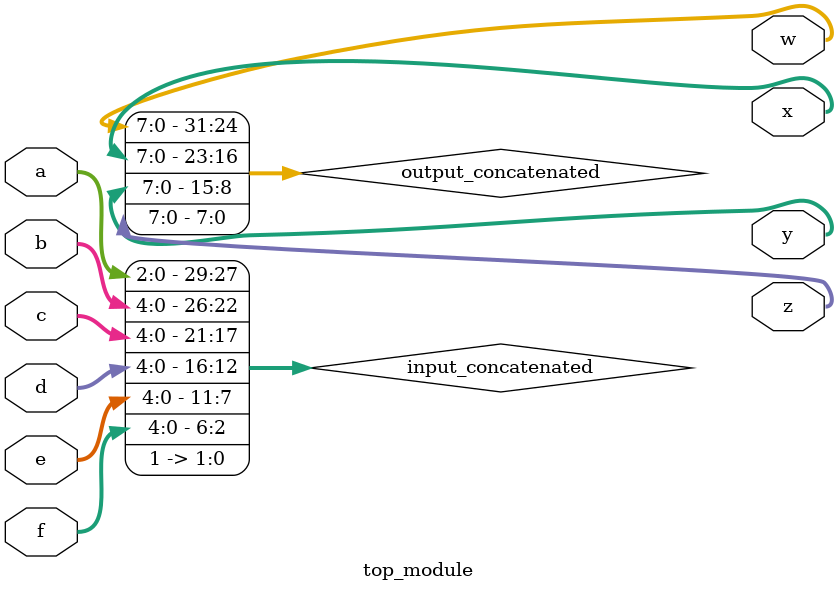
<source format=sv>
module top_module (
  input [4:0] a,
  input [4:0] b,
  input [4:0] c,
  input [4:0] d,
  input [4:0] e,
  input [4:0] f,
  output [7:0] w,
  output [7:0] x,
  output [7:0] y,
  output [7:0] z
);

  wire [29:0] input_concatenated;
  wire [31:0] output_concatenated;

  assign input_concatenated = {a, b, c, d, e, f, 2'b11};
  assign {w, x, y, z} = output_concatenated;

endmodule

</source>
